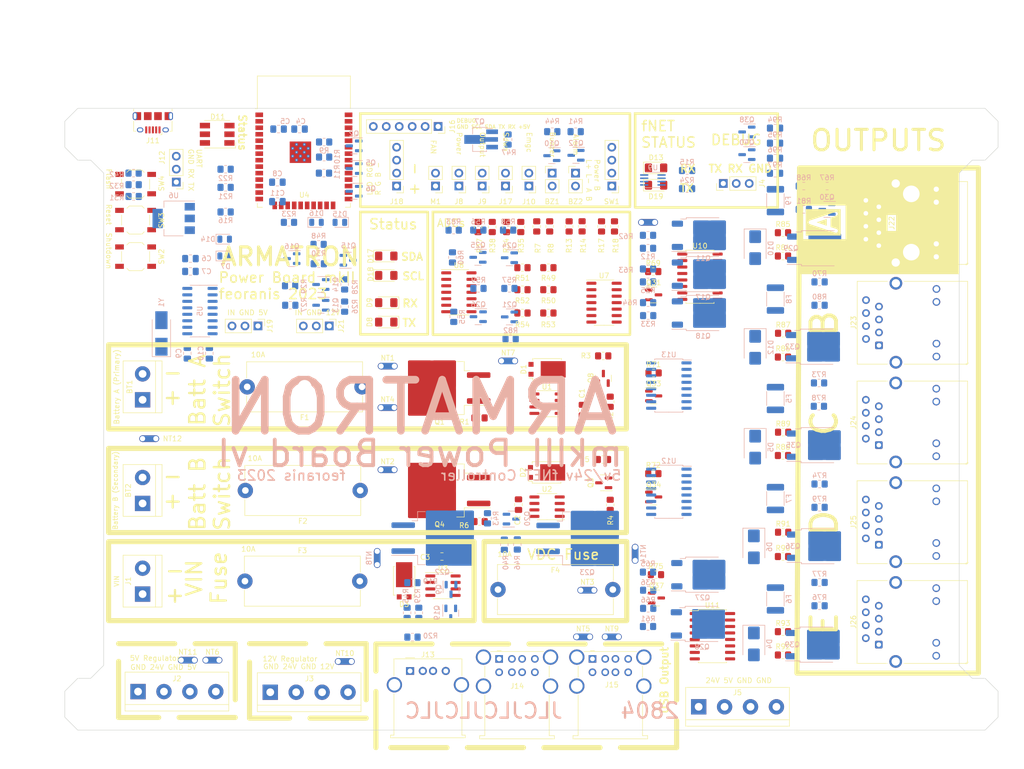
<source format=kicad_pcb>
(kicad_pcb (version 20221018) (generator pcbnew)
  (layers (0 "F.Cu" signal) (1 "In1.Cu" signal) (2 "In2.Cu" signal) (31 "B.Cu" signal) (34 "B.Paste" user) (35 "F.Paste" user) (36 "B.SilkS" user "B.Silkscreen") (37 "F.SilkS" user "F.Silkscreen") (38 "B.Mask" user) (39 "F.Mask" user) (44 "Edge.Cuts" user))
  (net 0 "")
  (net 1 "Net-(BT1-+)")
  (net 2 "Net-(BT2-+)")
  (net 3 "Net-(U1-FILTER)")
  (net 4 "Net-(U2-FILTER)")
  (net 5 "Net-(U3-FILTER)")
  (net 6 "BATT_A_LATCH")
  (net 7 "BATT_A_SW")
  (net 8 "BATT_B_LATCH")
  (net 9 "BATT_B_SW")
  (net 10 "VIN")
  (net 11 "Net-(D3-A)")
  (net 12 "BATT_A_IN")
  (net 13 "Net-(Q1-G)")
  (net 14 "Net-(NT1-Pad1)")
  (net 15 "Net-(Q3-C)")
  (net 16 "Net-(Q3-B)")
  (net 17 "+VDC")
  (net 18 "Net-(NT2-Pad1)")
  (net 19 "+5V")
  (net 20 "Net-(NT3-Pad1)")
  (net 21 "BATT_B_IN")
  (net 23 "Net-(D11-GA)")
  (net 24 "Net-(D11-RA)")
  (net 25 "Net-(D11-BA)")
  (net 26 "Net-(Q8-B)")
  (net 27 "PIN_ADC_BATT_A")
  (net 28 "P_RGB_R")
  (net 29 "PIN_ADC_BATT_B")
  (net 30 "PIN_ADC_VIN")
  (net 31 "PIN_BATT_A_SENSE")
  (net 32 "PIN_BATT_B_SENSE")
  (net 33 "PIN_VIN_SENSE")
  (net 36 "P_RGB_G")
  (net 37 "P_RGB_B")
  (net 38 "Net-(BZ1-+)")
  (net 39 "Net-(BZ2-+)")
  (net 41 "nRTS")
  (net 49 "Net-(M1--)")
  (net 50 "PIN_VBATT_A_ENBL")
  (net 51 "PIN_VBATT_B_ENBL")
  (net 54 "+3.3V")
  (net 55 "Net-(Q2-B)")
  (net 56 "Net-(Q5-B)")
  (net 57 "24V_out")
  (net 58 "5V_out")
  (net 59 "+12V")
  (net 60 "Net-(Q6-B)")
  (net 61 "Net-(Q19-B)")
  (net 62 "Net-(Q19-C)")
  (net 63 "Net-(Q20-B)")
  (net 64 "Net-(Q20-C)")
  (net 65 "5V_adc")
  (net 66 "12V_adc")
  (net 67 "24V_Enable")
  (net 68 "5V_Enable")
  (net 69 "PIN_RESET")
  (net 70 "PIN_RGB_G")
  (net 71 "SDA")
  (net 72 "SCL")
  (net 73 "PIN_FLASH")
  (net 74 "PIN_RGB_R")
  (net 76 "Net-(F4-Pad1)")
  (net 77 "PIN_RGB_B")
  (net 78 "PIN_EmergencyButton")
  (net 79 "VBUS")
  (net 80 "D+")
  (net 81 "D-")
  (net 83 "RX")
  (net 84 "Net-(Q9-B)")
  (net 85 "Net-(Q9-C)")
  (net 86 "PIN_ALARM")
  (net 87 "PIN_BUZZER")
  (net 88 "PIN_Sdwn_Btn")
  (net 103 "PIN_Fan")
  (net 104 "Net-(Q10-B)")
  (net 105 "Net-(Q11-B)")
  (net 106 "Net-(Q12-B)")
  (net 107 "5V_POWER")
  (net 108 "12V_POWER")
  (net 109 "Net-(J8-Pin_1)")
  (net 110 "Net-(J9-Pin_1)")
  (net 111 "Net-(NT4-Pad2)")
  (net 112 "Net-(NT7-Pad1)")
  (net 113 "Net-(SW1-A)")
  (net 114 "Net-(D17-A)")
  (net 115 "PIN_BATT_A_SENSE_ADC")
  (net 116 "PIN_BATT_B_SENSE_ADC")
  (net 117 "PIN_VIN_SENSE_ADC")
  (net 118 "Net-(D8-A)")
  (net 119 "Net-(D9-A)")
  (net 120 "Net-(Q13-B)")
  (net 121 "Net-(Q13-C)")
  (net 122 "Net-(Q14-B)")
  (net 123 "Net-(Q14-C)")
  (net 124 "Net-(U5-XI)")
  (net 126 "Net-(U5-XO)")
  (net 128 "RESET_UART")
  (net 129 "Net-(D14-K)")
  (net 130 "Net-(D15-K)")
  (net 131 "FLASH_UART")
  (net 132 "Net-(Q15-B)")
  (net 133 "Net-(Q16-B)")
  (net 134 "nDTR")
  (net 136 "POWER_GND")
  (net 137 "Net-(D18-A)")
  (net 138 "Net-(Q21-B)")
  (net 139 "Net-(Q21-C)")
  (net 140 "Net-(Q24-B)")
  (net 141 "Net-(Q24-C)")
  (net 142 "Net-(Q25-B)")
  (net 143 "Net-(Q26-B)")
  (net 144 "TX")
  (net 145 "+5VP")
  (net 146 "RS485_A")
  (net 147 "RS485_B")
  (net 148 "LED_1A")
  (net 149 "LED_1B")
  (net 150 "LED_2A")
  (net 151 "LED_2B")
  (net 152 "LED_3A")
  (net 153 "LED_3B")
  (net 154 "LED_4A")
  (net 155 "LED_4B")
  (net 156 "LED_5A")
  (net 157 "LED_5B")
  (net 158 "RS485_RX")
  (net 159 "RS485_RX_H")
  (net 160 "RS485_TX")
  (net 161 "RS485_TX_H")
  (net 162 "RS485_DE")
  (net 165 "RJ45_GND_1")
  (net 166 "Net-(Q7-B)")
  (net 167 "Net-(Q17-B)")
  (net 168 "RJ45_GND_2")
  (net 169 "Net-(Q18-B)")
  (net 170 "RJ45_GND_3")
  (net 171 "Net-(Q27-B)")
  (net 172 "RJ45_GND_4")
  (net 173 "Net-(Q28-B)")
  (net 174 "RJ45_GND_5")
  (net 175 "RJ45_GND_E1")
  (net 176 "RJ45_GND_E2")
  (net 177 "RJ45_GND_E3")
  (net 178 "RJ45_GND_E4")
  (net 179 "RJ45_GND_E5")
  (net 185 "RJ45_POW_1")
  (net 186 "RJ45_POW_2")
  (net 187 "RJ45_POW_3")
  (net 188 "RJ45_POW_4")
  (net 189 "RJ45_POW_5")
  (net 190 "Net-(Q29-B)")
  (net 191 "Net-(Q30-B)")
  (net 192 "Net-(Q30-C)")
  (net 193 "Net-(Q31-B)")
  (net 194 "Net-(Q31-C)")
  (net 195 "Net-(Q32-B)")
  (net 196 "Net-(Q33-B)")
  (net 197 "Net-(Q33-C)")
  (net 198 "Net-(Q34-B)")
  (net 199 "Net-(Q34-C)")
  (net 200 "Net-(Q35-B)")
  (net 201 "Net-(Q36-B)")
  (net 202 "Net-(Q37-B)")
  (net 203 "Net-(Q37-C)")
  (net 204 "Net-(Q39-B)")
  (net 205 "RJ45_POW_1_EN")
  (net 206 "RJ45_POW_2_EN")
  (net 207 "RJ45_POW_3_EN")
  (net 208 "RJ45_POW_4_EN")
  (net 209 "RJ45_POW_5_EN")
  (net 214 "Net-(D4-K)")
  (net 215 "Net-(D5-K)")
  (net 216 "Net-(D6-K)")
  (net 217 "Net-(D10-K)")
  (net 218 "Net-(D12-K)")
  (net 219 "GND")
  (net 220 "Net-(Q11-E)")
  (net 221 "Net-(Q27-E)")
  (net 222 "Net-(J1-Pin_1)")
  (net 223 "Net-(Q26-C)")
  (net 224 "Net-(Q25-C)")
  (net 225 "Net-(J22-Pad11)")
  (net 226 "Net-(J22-Pad9)")
  (net 227 "Net-(J23-Pad11)")
  (net 228 "Net-(J23-Pad9)")
  (net 229 "Net-(J24-Pad11)")
  (net 230 "Net-(J24-Pad9)")
  (net 231 "Net-(J25-Pad11)")
  (net 232 "Net-(J25-Pad9)")
  (net 233 "Net-(J26-Pad11)")
  (net 234 "Net-(J26-Pad9)")
  (net 235 "Net-(D13-A)")
  (net 236 "Net-(D19-A)")
  (net 237 "Net-(Q38-B)")
  (net 238 "Net-(Q38-C)")
  (net 239 "Net-(Q40-B)")
  (net 240 "Net-(Q40-C)")
  (footprint "RF_Module:ESP32-WROOM-32" (layer "F.Cu") (at 117.97 42.54)
    (fp_text reference "U4")
    (fp_text value "ESP32-WROOM-32")
  )
  (footprint "Package_TO_SOT_SMD:SOT-23" (layer "F.Cu") (at 186.5145 69.596)
    (fp_text reference "Q31")
    (fp_text value "BC817")
  )
  (footprint "NetTie:NetTie-2_THT_Pad1.0mm" (layer "F.Cu") (at 88.96 97.79 180)
    (fp_text reference "NT12")
    (fp_text value "NetTie_2")
  )
  (footprint "NetTie:NetTie-2_THT_Pad1.0mm" (layer "F.Cu") (at 133.066 103.886)
    (fp_text reference "NT2")
    (fp_text value "NetTie_2")
  )
  (footprint "Resistor_SMD:R_0805_2012Metric_Pad1.20x1.40mm_HandSolder" (layer "F.Cu") (at 163.5955 56.1715 -90)
    (fp_text reference "R7")
    (fp_text value "220K")
  )
  (footprint "Button_Switch_SMD:SW_SPST_TL3342" (layer "F.Cu") (at 84.988 54.924)
    (fp_text reference "SW3")
    (fp_text value "SW_Push")
  )
  (footprint "NetTie:NetTie-2_THT_Pad1.0mm" (layer "F.Cu") (at 156.688 82.55)
    (fp_text reference "NT7")
    (fp_text value "NetTie_2")
  )
  (footprint "Resistor_SMD:R_0805_2012Metric_Pad1.20x1.40mm_HandSolder" (layer "F.Cu") (at 160.469 56.2845 90)
    (fp_text reference "R35")
    (fp_text value "15K")
  )
  (footprint "Connector_PinHeader_2.54mm:PinHeader_1x02_P2.54mm_Vertical" (layer "F.Cu") (at 148.336 48.255 180)
    (fp_text reference "J8")
    (fp_text value "Conn_01x02")
  )
  (footprint "Connector_USB:USB_Micro-B_Amphenol_10118194_Horizontal" (layer "F.Cu") (at 88.376 35.844 180)
    (fp_text reference "J11")
    (fp_text value "USB_B_Micro")
  )
  (footprint "NetTie:NetTie-2_THT_Pad1.0mm" (layer "F.Cu") (at 184.12 55.372)
    (fp_text reference "NT13" hide)
    (fp_text value "NetTie_2")
  )
  (footprint "TerminalBlock:TerminalBlock_bornier-2_P5.08mm" (layer "F.Cu") (at 86.36 110.49 90)
    (fp_text reference "BT2")
    (fp_text value "Battery B (Secondary)")
  )
  (footprint "Resistor_SMD:R_0805_2012Metric_Pad1.20x1.40mm_HandSolder" (layer "F.Cu") (at 186.96 124.46)
    (fp_text reference "R75")
    (fp_text value "1K")
  )
  (footprint "TerminalBlock:TerminalBlock_bornier-2_P5.08mm" (layer "F.Cu") (at 86.36 90.17 90)
    (fp_text reference "BT1")
    (fp_text value "Battery A (Primary)")
  )
  (footprint "Resistor_SMD:R_0805_2012Metric_Pad1.20x1.40mm_HandSolder" (layer "F.Cu") (at 186.4445 104.648)
    (fp_text reference "R72")
    (fp_text value "10K")
  )
  (footprint "Connector_PinHeader_2.54mm:PinHeader_1x02_P2.54mm_Vertical" (layer "F.Cu") (at 143.764 48.26 180)
    (fp_text reference "M1")
    (fp_text value "Fan")
  )
  (footprint "Package_TO_SOT_SMD:SOT-23" (layer "F.Cu") (at 187.0545 129.032)
    (fp_text reference "Q37")
    (fp_text value "BC817")
  )
  (footprint "NetTie:NetTie-2_THT_Pad1.0mm" (layer "F.Cu") (at 172.212 127.508)
    (fp_text reference "NT3")
    (fp_text value "NetTie_2")
  )
  (footprint "Capacitor_SMD:C_0805_2012Metric_Pad1.18x1.45mm_HandSolder" (layer "F.Cu") (at 160.02 110.7225 90)
    (fp_text reference "C2")
    (fp_text value "1n")
  )
  (footprint "NetTie:NetTie-2_THT_Pad1.0mm" (layer "F.Cu") (at 177.008 136.652)
    (fp_text reference "NT9")
    (fp_text value "NetTie_2")
  )
  (footprint "Resistor_SMD:R_0805_2012Metric_Pad1.20x1.40mm_HandSolder" (layer "F.Cu") (at 211.852 135.636)
    (fp_text reference "R93")
    (fp_text value "1k")
  )
  (footprint "Resistor_SMD:R_0805_2012Metric_Pad1.20x1.40mm_HandSolder" (layer "F.Cu") (at 211.852 140.208)
    (fp_text reference "R92")
    (fp_text value "1k")
  )
  (footprint "LED_SMD:LED_1206_3216Metric_Pad1.42x1.75mm_HandSolder" (layer "F.Cu") (at 134.112 61.976)
    (fp_text reference "D17")
    (fp_text value "LED")
  )
  (footprint "Package_TO_SOT_SMD:SOT-23" (layer "F.Cu") (at 186.5145 109.22)
    (fp_text reference "Q34")
    (fp_text value "BC817")
  )
  (footprint "Connector_RJ:RJ45_Hanrun_HR911105A" (layer "F.Cu") (at 230.624 138.172 90)
    (fp_text reference "J26")
    (fp_text value "RJ45_LED_Shielded")
  )
  (footprint "Package_TO_SOT_SMD:SOT-23" (layer "F.Cu") (at 186.5145 89.408)
    (fp_text reference "Q33")
    (fp_text value "BC817")
  )
  (footprint "LED_SMD:LED_1206_3216Metric_Pad1.42x1.75mm_HandSolder" (layer "F.Cu") (at 134.112 74.93 180)
    (fp_text reference "D8")
    (fp_text value "LED")
  )
  (footprint "Fuse:Fuseholder_Cylinder-5x20mm_Schurter_0031_8201_Horizontal_Open" (layer "F.Cu") (at 106.42 125.73)
    (fp_text reference "F3")
    (fp_text value "10A")
  )
  (footprint "Connector_PinHeader_2.54mm:PinHeader_1x03_P2.54mm_Vertical" (layer "F.Cu") (at 108.966 75.692 -90)
    (fp_text reference "J19")
    (fp_text value "Conn_01x03_Pin")
  )
  (footprint "Resistor_SMD:R_0805_2012Metric_Pad1.20x1.40mm_HandSolder" (layer "F.Cu") (at 169.9455 56.1715 -90)
    (fp_text reference "R13")
    (fp_text value "220K")
  )
  (footprint "Connector_PinHeader_2.54mm:PinHeader_1x04_P2.54mm_Vertical" (layer "F.Cu") (at 136.144 48.26 180)
    (fp_text reference "J18")
    (fp_text value "Conn_01x04_Pin")
  )
  (footprint "TerminalBlock:TerminalBlock_bornier-4_P5.08mm" (layer "F.Cu") (at 85.471 147.3835)
    (fp_text reference "J2")
    (fp_text value "Screw_Terminal_01x04" hide)
  )
  (footprint "MountingHole:MountingHole_3.2mm_M3" (layer "F.Cu") (at 76.2 38.1)
    (fp_text reference "MH1" hide)
    (fp_text value "MountingHole_3.2mm_M3")
  )
  (footprint "Resistor_SMD:R_0805_2012Metric_Pad1.20x1.40mm_HandSolder" (layer "F.Cu") (at 211.852 81.788)
    (fp_text reference "R86")
    (fp_text value "1k")
  )
  (footprint "Connector_RJ:RJ45_Hanrun_HR911105A" (layer "F.Cu") (at 230.632 59.944 90)
    (fp_text reference "J22")
    (fp_text value "RJ45_LED_Shielded")
  )
  (footprint "LED_SMD:LED_RGB_5050-6" (layer "F.Cu") (at 100.978 38.1 180)
    (fp_text reference "D11")
    (fp_text value "LED_RGB")
  )
  (footprint "Resistor_SMD:R_0805_2012Metric_Pad1.20x1.40mm_HandSolder" (layer "F.Cu") (at 157.675 56.2845 -90)
    (fp_text reference "R34")
    (fp_text value "220K")
  )
  (footprint "Connector_RJ:RJ45_Hanrun_HR911105A" (layer "F.Cu") (at 230.632 99.053 90)
    (fp_text reference "J24")
    (fp_text value "RJ45_LED_Shielded")
  )
  (footprint "TerminalBlock:TerminalBlock_bornier-2_P5.08mm" (layer "F.Cu") (at 86.36 128.27 90)
    (fp_text reference "J1")
    (fp_text value "Conn_01x02")
  )
  (footprint "Package_SO:SOIC-8_3.9x4.9mm_P1.27mm" (layer "F.Cu") (at 165.62 90.932 180)
    (fp_text reference "U1")
    (fp_text value "ACS712xLCTR-20A")
  )
  (footprint "Capacitor_SMD:C_0805_2012Metric_Pad1.18x1.45mm_HandSolder" (layer "F.Cu") (at 145.021 120.904)
    (fp_text reference "C3")
    (fp_text value "1n")
  )
  (footprint "Connector_PinHeader_2.54mm:PinHeader_1x02_P2.54mm_Vertical" (layer "F.Cu") (at 171.196 45.72)
    (fp_text reference "BZ2")
    (fp_text value "Buzzer")
  )
  (footprint "Connector_PinHeader_2.54mm:PinHeader_1x02_P2.54mm_Vertical" (layer "F.Cu") (at 152.908 48.26 180)
    (fp_text reference "J9")
    (fp_text value "Conn_01x02")
  )
  (footprint "Connector_PinHeader_2.54mm:PinHeader_1x03_P2.54mm_Vertical" (layer "F.Cu") (at 92.964 47.483 180)
    (fp_text reference "J12")
    (fp_text value "Conn_01x03_Pin")
  )
  (footprint "Connector_USB:USB_A_Molex_67643_Horizontal" (layer "F.Cu") (at 138.774 143.34)
    (fp_text reference "J13")
    (fp_text value "USB_A")
  )
  (footprint "Capacitor_SMD:C_0805_2012Metric_Pad1.18x1.45mm_HandSolder" (layer "F.Cu") (at 172.54 92.189 -90)
    (fp_text reference "C1")
    (fp_text value "1n")
  )
  (footprint "Button_Switch_SMD:SW_SPST_TL3342" (layer "F.Cu") (at 84.988 62.098)
    (fp_text reference "SW2")
    (fp_text value "SW_Push")
  )
  (footprint "Resistor_SMD:R_0805_2012Metric_Pad1.20x1.40mm_HandSolder" (layer "F.Cu") (at 177.995 110.7675 -90)
    (fp_text reference "R4")
    (fp_text value "1K")
  )
  (footprint "Resistor_SMD:R_0805_2012Metric_Pad1.20x1.40mm_HandSolder" (layer "F.Cu") (at 160.798 64.262)
    (fp_text reference "R51")
    (fp_text value "22K")
  )
  (footprint "NetTie:NetTie-2_THT_Pad1.0mm" (layer "F.Cu") (at 98.746 141.224)
    (fp_text reference "NT6")
    (fp_text value "NetTie_2")
  )
  (footprint "Resistor_SMD:R_0805_2012Metric_Pad1.20x1.40mm_HandSolder" (layer "F.Cu") (at 186.42 65.024)
    (fp_text reference "R69")
    (fp_text value "10K")
  )
  (footprint "NetTie:NetTie-2_THT_Pad1.0mm" (layer "F.Cu") (at 93.92 141.224)
    (fp_text reference "NT11")
    (fp_text value "NetTie_2" hide)
  )
  (footprint "LED_SMD:LED_1206_3216Metric_Pad1.42x1.75mm_HandSolder" (layer "F.Cu") (at 186.9805 48.094)
    (fp_text reference "D19")
    (fp_text value "LED")
  )
  (footprint "Resistor_SMD:R_0805_2012Metric_Pad1.20x1.40mm_HandSolder" (layer "F.Cu") (at 152.4 114.046)
    (fp_text reference "R6")
    (fp_text value "1K")
  )
  (footprint "Package_TO_SOT_SMD:TO-277B" (layer "F.Cu") (at 165.625 84.19 90)
    (fp_text reference "D1")
    (fp_text value "D")
  )
  (footprint "Fuse:Fuseholder_Cylinder-5x20mm_Schurter_0031_8201_Horizontal_Open" (layer "F.Cu") (at 129 107.95 180)
    (fp_text reference "F2")
    (fp_text value "10A")
  )
  (footprint "Resistor_SMD:R_0805_2012Metric_Pad1.20x1.40mm_HandSolder" (layer "F.Cu") (at 172.4855 56.1575 90)
    (fp_text reference "R14")
    (fp_text value "15K")
  )
  (footprint "Resistor_SMD:R_0805_2012Metric_Pad1.20x1.40mm_HandSolder" (layer "F.Cu") (at 211.884 77.118)
    (fp_text reference "R87")
    (fp_text value "1k")
  )
  (footprint "Resistor_SMD:R_0805_2012Metric_Pad1.20x1.40mm_HandSolder" (layer "F.Cu") (at 160.798 68.58)
    (fp_text reference "R52")
    (fp_text value "15K")
  )
  (footprint "Connector_PinHeader_2.54mm:PinHeader_1x02_P2.54mm_Vertical" (layer "F.Cu") (at 162.052 48.26 180)
    (fp_text reference "J10")
    (fp_text value "Conn_01x02")
  )
  (footprint "Connector_RJ:RJ45_Hanrun_HR911105A" (layer "F.Cu") (at 230.6635 79.502 90)
    (fp_text reference "J23")
    (fp_text value "RJ45_LED_Shielded")
  )
  (footprint "Resistor_SMD:R_0805_2012Metric_Pad1.20x1.40mm_HandSolder" (layer "F.Cu") (at 176.5745 101.8775)
    (fp_text reference "R5")
    (fp_text value "1K")
  )
  (footprint "Package_SO:SOIC-8_3.9x4.9mm_P1.27mm" (layer "F.Cu") (at 145.223 126.619)
    (fp_text reference "U3")
    (fp_text value "ACS712xLCTR-20A")
  )
  (footprint "Resistor_SMD:R_0805_2012Metric_Pad1.20x1.40mm_HandSolder" (layer "F.Cu") (at 186.4985 84.902)
    (fp_text reference "R71")
    (fp_text value "10K")
  )
  (footprint "NetTie:NetTie-2_THT_Pad1.0mm" (layer "F.Cu") (at 124.684 141.478)
    (fp_text reference "NT10")
    (fp_text value "NetTie_2")
  )
  (footprint "MountingHole:MountingHole_3.2mm_M3" (layer "F.Cu") (at 248.92 38.1)
    (fp_text reference "MH4" hide)
    (fp_text value "MountingHole_3.2mm_M3")
  )
  (footprint "Resistor_SMD:R_0805_2012Metric_Pad1.20x1.40mm_HandSolder" (layer "F.Cu") (at 211.884 96.52)
    (fp_text reference "R89")
    (fp_text value "1k")
  )
  (footprint "TerminalBlock:TerminalBlock_bornier-4_P5.08mm" (layer "F.Cu") (at 195.326 150.368)
    (fp_text reference "J5")
    (fp_text value "Screw_Terminal_01x04")
  )
  (footprint "Connector_PinHeader_2.54mm:PinHeader_1x04_P2.54mm_Vertical" (layer "F.Cu") (at 178.308 48.26 180)
    (fp_text reference "SW1")
    (fp_text value "SW_Push_LED")
  )
  (footprint "Resistor_SMD:R_0805_2012Metric_Pad1.20x1.40mm_HandSolder" (layer "F.Cu") (at 211.852 57.404)
    (fp_text reference "R85")
    (fp_text value "1k")
  )
  (footprint "LED_SMD:LED_1206_3216Metric_Pad1.42x1.75mm_HandSolder" (layer "F.Cu") (at 134.112 65.786)
    (fp_text reference "D18")
    (fp_text value "LED")
  )
  (footprint "Connector_PinSocket_2.54mm:PinSocket_1x06_P2.54mm_Vertical" (layer "F.Cu") (at 144.272 36.576 -90)
    (fp_text reference "J16")
    (fp_text value "Conn_01x06_Socket")
  )
  (footprint "Resistor_SMD:R_0805_2012Metric_Pad1.20x1.40mm_HandSolder" (layer "F.Cu") (at 176.6215 81.562)
    (fp_text reference "R3")
    (fp_text value "1K")
  )
  (footprint "Resistor_SMD:R_0805_2012Metric_Pad1.20x1.40mm_HandSolder" (layer "F.Cu") (at 165.878 64.262 180)
    (fp_text reference "R49")
    (fp_text value "22K")
  )
  (footprint "Connector_PinHeader_2.54mm:PinHeader_1x02_P2.54mm_Vertical" (layer "F.Cu") (at 157.48 48.26 180)
    (fp_text reference "J17")
    (fp_text value "Conn_01x02")
  )
  (footprint "Resistor_SMD:R_0805_2012Metric_Pad1.20x1.40mm_HandSolder" (layer "F.Cu") (at 211.884 116.136)
    (fp_text reference "R91")
    (fp_text value "1k")
  )
  (footprint "MountingHole:MountingHole_3.2mm_M3" (layer "F.Cu") (at 76.2 149.86)
    (fp_text reference "MH2" hide)
    (fp_text value "MountingHole_3.2mm_M3")
  )
  (footprint "components:PCF8574" (layer "F.Cu") (at 198.0265 136.525)
    (fp_text reference "U11")
    (fp_text value "PCF8574TS")
  )
  (footprint "Resistor_SMD:R_0805_2012Metric_Pad1.20x1.40mm_HandSolder" (layer "F.Cu") (at 178.8355 56.1715 90)
    (fp_text reference "R18")
    (fp_text value "15K")
  )
  (footprint "Resistor_SMD:R_0805_2012Metric_Pad1.20x1.40mm_HandSolder" (layer "F.Cu") (at 160.798 73.152 180)
    (fp_text reference "R54")
    (fp_text value "15K")
  )
  (footprint "Resistor_SMD:R_0805_2012Metric_Pad1.20x1.40mm_HandSolder" (layer "F.Cu") (at 166.1355 56.1715 90)
    (fp_text reference "R8")
    (fp_text value "15K")
  )
  (footprint "Fuse:Fuseholder_Cylinder-5x20mm_Schurter_0031_8201_Horizontal_Open" (layer "F.Cu") (at 129.36 87.63 180)
    (fp_text reference "F1")
    (fp_text value "10A")
  )
  (footprint "Package_TO_SOT_SMD:TO-277B" (layer "F.Cu") (at 137.615 125.665 180)
    (fp_text reference "D3")
    (fp_text value "D")
  )
  (footprint "Resistor_SMD:R_0805_2012Metric_Pad1.20x1.40mm_HandSolder" (layer "F.Cu") (at 152.384 93.726)
    (fp_text reference "R1")
    (fp_text value "1K")
  )
  (footprint "NetTie:NetTie-2_THT_Pad1.0mm" (layer "F.Cu") (at 133.066 91.694)
    (fp_text reference "NT4")
    (fp_text value "NetTie_2")
  )
  (footprint "Connector_PinHeader_2.54mm:PinHeader_1x03_P2.54mm_Vertical" (layer "F.Cu") (at 200.152 47.752 90)
    (fp_text reference "J4")
    (fp_text value "Conn_01x03_Pin")
  )
  (footprint "Package_TO_SOT_SMD:SOT-23" (layer "F.Cu") (at 176.659 85.9585 90)
    (fp_text reference "Q8")
    (fp_text value "BC817" hide)
  )
  (footprint "TerminalBlock:TerminalBlock_bornier-4_P5.08mm" (layer "F.Cu") (at 111.379 147.5105)
    (fp_text reference "J3")
    (fp_text value "Screw_Terminal_01x04")
  )
  (footprint "MountingHole:MountingHole_3.2mm_M3" (layer "F.Cu") (at 248.92 149.86)
    (fp_text reference "MH3" hide)
    (fp_text value "MountingHole_3.2mm_M3")
  )
  (footprint "Package_SO:SOIC-14_3.9x8.7mm_P1.27mm" (layer "F.Cu") (at 176.784 71.12)
    (fp_text reference "U7")
    (fp_text value "MCP3428")
  )
  (footprint "Resistor_SMD:R_0805_2012Metric_Pad1.20x1.40mm_HandSolder" (layer "F.Cu") (at 176.2955 56.1715 -90)
    (fp_text reference "R17")
    (fp_text value "220K")
  )
  (footprint "Resistor_SMD:R_0805_2012Metric_Pad1.20x1.40mm_HandSolder" (layer "F.Cu") (at 165.878 73.152)
    (fp_text reference "R53")
    (fp_text value "22K")
  )
  (footprint "Connector_PinHeader_2.54mm:PinHeader_1x02_P2.54mm_Vertical" (layer "F.Cu") (at 166.624 45.72)
    (fp_text reference "BZ1")
    (fp_text value "Buzzer")
  )
  (footprint "Connector_USB:USB_A_Wuerth_61400826021_Horizontal_Stacked" (layer "F.Cu") (at 156.232 140.974)
    (fp_text reference "J14")
    (fp_text value "USB_A_Stacked")
  )
  (footprint "NetTie:NetTie-2_THT_Pad1.0mm" (layer "F.Cu") (at 171.39 136.652)
    (fp_text reference "NT5")
    (fp_text value "NetTie_2")
  )
  (footprint "Connector_RJ:RJ45_Hanrun_HR911105A" (layer "F.Cu") (at 230.632 118.606 90)
    (fp_text reference "J25")
    (fp_text value "RJ45_LED_Shielded")
  )
  (footprint "Resistor_SMD:R_0805_2012Metric_Pad1.20x1.40mm_HandSolder" (layer "F.Cu") (at 154.881 56.2845 90)
    (fp_text reference "R38")
    (fp_text value "15K")
  )
  (footprint "Package_TO_SOT_SMD:TO-263-2" (layer "F.Cu") (at 144.57 87.865 180)
    (fp_text reference "Q1")
    (fp_text value "IRF4905")
  )
  (footprint "Connector_USB:USB_A_Wuerth_61400826021_Horizontal_Stacked" (layer "F.Cu") (at 174.52 140.974)
    (fp_text reference "J15")
    (fp_text value "USB_A_Stacked")
  )
  (footprint "Resistor_SMD:R_0805_2012Metric_Pad1.20x1.40mm_HandSolder" (layer "F.Cu") (at 211.852 61.976)
    (fp_text reference "R84")
    (fp_text value "1k")
  )
  (footprint "Resistor_SMD:R_0805_2012Metric_Pad1.20x1.40mm_HandSolder" (layer "F.Cu") (at 152.087 56.2845 -90)
    (fp_text reference "R37")
    (fp_text value "220K")
  )
  (footprint "Resistor_SMD:R_0805_2012Metric_Pad1.20x1.40mm_HandSolder" (layer "F.Cu") (at 165.878 68.58)
    (fp_text reference "R50")
    (fp_text value "15K")
  )
  (footprint "Resistor_SMD:R_0805_2012Metric_Pad1.20x1.40mm_HandSolder" (layer "F.Cu") (at 211.852 120.904)
    (fp_text reference "R90")
    (fp_text value "1k")
  )
  (footprint "Package_SO:SOIC-14_3.9x8.7mm_P1.27mm" (layer "F.Cu") (at 148.336 69.088)
    (fp_text reference "U8")
    (fp_text value "MCP3428")
  )
  (footprint "Fuse:Fuseholder_Cylinder-5x20mm_Schurter_0031_8201_Horizontal_Open" (layer "F.Cu") (at 156.009 127.381)
    (fp_text reference "F4")
    (fp_text value "10A")
  )
  (footprint "components:PCF8574" (layer "F.Cu") (at 195.58 66.04)
    (fp_text reference "U10")
    (fp_text value "PCF8574TS")
  )
  (footprint "Connector_PinHeader_2.54mm:PinHeader_1x03_P2.54mm_Vertical" (layer "F.Cu") (at 122.936 75.692 -90)
    (fp_text reference "J21")
    (fp_text value "Conn_01x03_Pin")
  )
  (footprint "Resistor_SMD:R_0805_2012Metric_Pad1.20x1.40mm_HandSolder" (layer "F.Cu") (at 177.995 90.5525 -90)
    (fp_text reference "R2")
    (fp_text value "1K")
  )
  (footprint "Package_TO_SOT_SMD:SOT-23" (layer "F.Cu") (at 176.725 106.4495 180)
    (fp_text reference "Q3")
    (fp_text value "BC817" hide)
  )
  (footprint "LED_SMD:LED_1206_3216Metric_Pad1.42x1.75mm_HandSolder" (layer "F.Cu") (at 134.112 71.12 180)
    (fp_text reference "D9")
    (fp_text value "LED")
  )
  (footprint "LED_SMD:LED_1206_3216Metric_Pad1.42x1.75mm_HandSolder" (layer "F.Cu") (at 186.9805 44.704)
    (fp_text reference "D13")
    (fp_text value "LED")
  )
  (footprint "Resistor_SMD:R_0805_2012Metric_Pad1.20x1.40mm_HandSolder" (layer "F.Cu") (at 211.852 101.092)
    (fp_text reference "R88")
    (fp_text value "1k")
  )
  (footprint "Package_TO_SOT_SMD:TO-277B" (layer "F.Cu") (at 165.52 104.405 90)
    (fp_text reference "D2")
    (fp_text value "D")
  )
  (footprint "NetTie:NetTie-2_THT_Pad1.0mm" (layer "F.Cu") (at 133.096 83.566)
    (fp_text reference "NT1")
    (fp_text value "NetTie_2")
  )
  (footprint "Package_TO_SOT_SMD:TO-263-2" (layer "F.Cu") (at 144.57 107.95 180)
    (fp_text reference "Q4")
    (fp_text value "IRF4905")
  )
  (footprint "Package_SO:SOIC-8_3.9x4.9mm_P1.27mm" (layer "F.Cu") (at 165.62 111.125 180)
    (fp_text reference "U2")
    (fp_text value "ACS712xLCTR-20A")
  )
  (footprint "Button_Switch_SMD:SW_SPST_TL3342" (layer "F.Cu") (at 84.988 47.874)
    (fp_text reference "SW4")
    (fp_text value "SW_Push")
  )
  (footprint "Package_TO_SOT_SMD:SOT-23" (layer "B.Cu") (at 171.2905 42.23 180)
    (fp_text reference "Q12")
    (fp_text value "BC817")
  )
  (footprint "Resistor_SMD:R_0805_2012Metric_Pad1.20x1.40mm_HandSolder" (layer "B.Cu") (at 219.022 67.056 180)
    (fp_text reference "R70")
    (fp_text value "1K")
  )
  (footprint "Package_TO_SOT_SMD:SOT-23" (layer "B.Cu") (at 158.248 62.316 180)
    (fp_text reference "Q24")
    (fp_text value "BC817")
  )
  (footprint "Resistor_SMD:R_0805_2012Metric_Pad1.20x1.40mm_HandSolder" (layer "B.Cu") (at 158.242 68.326 180)
    (fp_text reference "R57")
    (fp_text value "1k")
  )
  (footprint "Capacitor_SMD:C_0805_2012Metric_Pad1.18x1.45mm_HandSolder" (layer "B.Cu") (at 95.7365 64.994 180)
    (fp_text reference "C7")
    (fp_text value "100n")
  )
  (footprint "Resistor_SMD:R_0805_2012Metric_Pad1.20x1.40mm_HandSolder" (layer "B.Cu") (at 185.436 127.508)
    (fp_text reference "R36")
    (fp_text value "10K")
  )
  (footprint "Resistor_SMD:R_0805_2012Metric_Pad1.20x1.40mm_HandSolder" (layer "B.Cu") (at 121.936 39.624)
    (fp_text reference "R9")
    (fp_text value "10K")
  )
  (footprint "Package_TO_SOT_SMD:SOT-23" (layer "B.Cu") (at 127.772 44.824 180)
    (fp_text reference "Q5")
    (fp_text value "BC817")
  )
  (footprint "Resistor_SMD:R_0805_2012Metric_Pad1.20x1.40mm_HandSolder" (layer "B.Cu") (at 139.2459 136.701)
    (fp_text reference "R20")
    (fp_text value "10K")
  )
  (footprint "Resistor_SMD:R_0805_2012Metric_Pad1.20x1.40mm_HandSolder" (layer "B.Cu") (at 158.48 78.232 180)
    (fp_text reference "R82")
    (fp_text value "10K")
  )
  (footprint "Capacitor_SMD:C_0805_2012Metric_Pad1.18x1.45mm_HandSolder" (layer "B.Cu") (at 99.444 81.0475 -90)
    (fp_text reference "C10")
    (fp_text value "22pF")
  )
  (footprint "Resistor_SMD:R_0805_2012Metric_Pad1.20x1.40mm_HandSolder" (layer "B.Cu") (at 215.931 52.832 180)
    (fp_text reference "R81")
    (fp_text value "1K")
  )
  (footprint "Package_TO_SOT_SMD:SOT-23" (layer "B.Cu") (at 152.0835 62.23 180)
    (fp_text reference "Q25")
    (fp_text value "BC817")
  )
  (footprint "Package_TO_SOT_SMD:TO-252-2" (layer "B.Cu") (at 218.787 60.452)
    (fp_text reference "Q29")
    (fp_text value "Q_PNP_Darlington_BCE")
  )
  (footprint "Resistor_SMD:R_0805_2012Metric_Pad1.20x1.40mm_HandSolder" (layer "B.Cu") (at 120.856 59.69 180)
    (fp_text reference "R48")
    (fp_text value "10K")
  )
  (footprint "Diode_SMD:D_SMB" (layer "B.Cu") (at 206.145 119.008 -90)
    (fp_text reference "D6")
    (fp_text value "D")
  )
  (footprint "Diode_SMD:D_SMB" (layer "B.Cu") (at 206.399 99.45 -90)
    (fp_text reference "D5")
    (fp_text value "D")
  )
  (footprint "Resistor_SMD:R_0805_2012Metric_Pad1.20x1.40mm_HandSolder" (layer "B.Cu") (at 210.296 42.798 180)
    (fp_text reference "R96")
    (fp_text value "1k")
  )
  (footprint "Resistor_SMD:R_0805_2012Metric_Pad1.20x1.40mm_HandSolder" (layer "B.Cu") (at 157.988 39.132 90)
    (fp_text reference "R47")
    (fp_text value "10K")
  )
  (footprint "Package_TO_SOT_SMD:SOT-23" (layer "B.Cu") (at 166.5615 42.296 180)
    (fp_text reference "Q10")
    (fp_text value "BC817")
  )
  (footprint "Resistor_SMD:R_0805_2012Metric_Pad1.20x1.40mm_HandSolder" (layer "B.Cu") (at 166.64 37.592)
    (fp_text reference "R44")
    (fp_text value "10K")
  )
  (footprint "Resistor_SMD:R_0805_2012Metric_Pad1.20x1.40mm_HandSolder" (layer "B.Cu") (at 125.952 67.548 90)
    (fp_text reference "R28")
    (fp_text value "10K")
  )
  (footprint "Resistor_SMD:R_0805_2012Metric_Pad1.20x1.40mm_HandSolder" (layer "B.Cu") (at 139.2295 126.033 180)
    (fp_text reference "R19")
    (fp_text value "1K")
  )
  (footprint "Resistor_SMD:R_0805_2012Metric_Pad1.20x1.40mm_HandSolder" (layer "B.Cu") (at 147.082 62.246 90)
    (fp_text reference "R60")
    (fp_text value "10K")
  )
  (footprint "Resistor_SMD:R_0805_2012Metric_Pad1.20x1.40mm_HandSolder" (layer "B.Cu") (at 185.404 67.056)
    (fp_text reference "R25")
    (fp_text value "10K")
  )
  (footprint "Resistor_SMD:R_0805_2012Metric_Pad1.20x1.40mm_HandSolder" (layer "B.Cu") (at 121.904 45.72)
    (fp_text reference "R11")
    (fp_text value "10K")
  )
  (footprint "Package_TO_SOT_SMD:SOT-89-3_Handsoldering" (layer "B.Cu") (at 152.4 39.116 180)
    (fp_text reference "Q7")
    (fp_text value "Q_NPN_BCE")
  )
  (footprint "Package_TO_SOT_SMD:TO-252-2" (layer "B.Cu") (at 196.201 57.913)
    (fp_text reference "Q11")
    (fp_text value "Q_NPN_BCE")
  )
  (footprint "Resistor_SMD:R_0805_2012Metric_Pad1.20x1.40mm_HandSolder" (layer "B.Cu") (at 185.404 123.952 180)
    (fp_text reference "R65")
    (fp_text value "10K")
  )
  (footprint "Resistor_SMD:R_0805_2012Metric_Pad1.20x1.40mm_HandSolder" (layer "B.Cu") (at 171.228 37.592)
    (fp_text reference "R41")
    (fp_text value "10K")
  )
  (footprint "Resistor_SMD:R_0805_2012Metric_Pad1.20x1.40mm_HandSolder" (layer "B.Cu") (at 219.022 111.252 180)
    (fp_text reference "R79")
    (fp_text value "1K")
  )
  (footprint "Package_TO_SOT_SMD:SOT-23" (layer "B.Cu") (at 220.487 52.832 180)
    (fp_text reference "Q30")
    (fp_text value "BC817")
  )
  (footprint "Resistor_SMD:R_0805_2012Metric_Pad1.20x1.40mm_HandSolder" (layer "B.Cu") (at 102.632 44.958 180)
    (fp_text reference "R22")
    (fp_text value "10K")
  )
  (footprint "Package_TO_SOT_SMD:TO-252-2" (layer "B.Cu") (at 196.088 124.461)
    (fp_text reference "Q27")
    (fp_text value "Q_NPN_BCE")
  )
  (footprint "Resistor_SMD:R_0805_2012Metric_Pad1.20x1.40mm_HandSolder" (layer "B.Cu") (at 219.022 106.68 180)
    (fp_text reference "R74")
    (fp_text value "1K")
  )
  (footprint "Resistor_SMD:R_0805_2012Metric_Pad1.20x1.40mm_HandSolder" (layer "B.Cu") (at 152.178 68.326 180)
    (fp_text reference "R59")
    (fp_text value "10K")
  )
  (footprint "Resistor_SMD:R_0805_2012Metric_Pad1.20x1.40mm_HandSolder" (layer "B.Cu") (at 220.503 48.26 180)
    (fp_text reference "R67")
    (fp_text value "10K")
  )
  (footprint "Resistor_SMD:R_0805_2012Metric_Pad1.20x1.40mm_HandSolder" (layer "B.Cu") (at 185.436 131.064 180)
    (fp_text reference "R66")
    (fp_text value "10K")
  )
  (footprint "Resistor_SMD:R_0805_2012Metric_Pad1.20x1.40mm_HandSolder" (layer "B.Cu") (at 193.056 45.212 180)
    (fp_text reference "R15")
    (fp_text value "1K")
  )
  (footprint "Capacitor_SMD:C_0805_2012Metric_Pad1.18x1.45mm_HandSolder" (layer "B.Cu") (at 117.116 37.084)
    (fp_text reference "C4")
    (fp_text value "100n")
  )
  (footprint "Resistor_SMD:R_0805_2012Metric_Pad1.20x1.40mm_HandSolder" (layer "B.Cu") (at 159.79 118.5335 90)
    (fp_text reference "R46")
    (fp_text value "1K")
  )
  (footprint "Package_TO_SOT_SMD:SOT-23" (layer "B.Cu") (at 152.14 73.878 180)
    (fp_text reference "Q26")
    (fp_text value "BC817")
  )
  (footprint "Package_TO_SOT_SMD:TO-252-2" (layer "B.Cu") (at 218.704 99.059)
    (fp_text reference "Q35")
    (fp_text value "Q_PNP_Darlington_BCE")
  )
  (footprint "Fuse:Fuse_1812_4532Metric_Pad1.30x3.40mm_HandSolder" (layer "B.Cu") (at 210.37 89.916 90)
    (fp_text reference "F5")
    (fp_text value "5A Polyfuse_Small")
  )
  (footprint "Resistor_SMD:R_0805_2012Metric_Pad1.20x1.40mm_HandSolder" (layer "B.Cu") (at 147.336 73.898 90)
    (fp_text reference "R55")
    (fp_text value "10K")
  )
  (footprint "Resistor_SMD:R_0805_2012Metric_Pad1.20x1.40mm_HandSolder" (layer "B.Cu") (at 185.404 134.62)
    (fp_text reference "R61")
    (fp_text value "10K")
  )
  (footprint "Capacitor_SMD:C_0805_2012Metric_Pad1.18x1.45mm_HandSolder" (layer "B.Cu") (at 112.776 51.308 180)
    (fp_text reference "C11")
    (fp_text value "100n")
  )
  (footprint "Resistor_SMD:R_0805_2012Metric_Pad1.20x1.40mm_HandSolder" (layer "B.Cu") (at 219.022 130.556 180)
    (fp_text reference "R76")
    (fp_text value "1K")
  )
  (footprint "Resistor_SMD:R_0805_2012Metric_Pad1.20x1.40mm_HandSolder" (layer "B.Cu") (at 215.931 48.26 180)
    (fp_text reference "R68")
    (fp_text value "1K")
  )
  (footprint "Package_TO_SOT_SMD:SOT-23" (layer "B.Cu") (at 158.258 73.914 180)
    (fp_text reference "Q21")
    (fp_text value "BC817")
  )
  (footprint "Resistor_SMD:R_0805_2012Metric_Pad1.20x1.40mm_HandSolder" (layer "B.Cu") (at 185.436 73.66)
    (fp_text reference "R33")
    (fp_text value "10K")
  )
  (footprint "Resistor_SMD:R_0805_2012Metric_Pad1.20x1.40mm_HandSolder" (layer "B.Cu") (at 185.42 71.12 180)
    (fp_text reference "R64")
    (fp_text value "10K")
  )
  (footprint "Capacitor_SMD:C_0805_2012Metric_Pad1.18x1.45mm_HandSolder" (layer "B.Cu") (at 112.776 47.498 180)
    (fp_text reference "C8")
    (fp_text value "100n")
  )
  (footprint "Package_TO_SOT_SMD:TO-252-2" (layer "B.Cu") (at 218.543 79.756)
    (fp_text reference "Q32")
    (fp_text value "Q_PNP_Darlington_BCE")
  )
  (footprint "components:PCF8574" (layer "B.Cu") (at 189.484 108.204 180)
    (fp_text reference "U12")
    (fp_text value "PCF8574TS")
  )
  (footprint "components:PCF8574" (layer "B.Cu") (at 189.484 87.376 180)
    (fp_text reference "U13")
    (fp_text value "PCF8574TS")
  )
  (footprint "Package_TO_SOT_SMD:SOT-23" (layer "B.Cu") (at 204.7865 42.098 180)
    (fp_text reference "Q40")
    (fp_text value "BC817")
  )
  (footprint "Package_SO:SOIC-16_3.9x9.9mm_P1.27mm" (layer "B.Cu") (at 97.601 72.771 180)
    (fp_text reference "U5")
    (fp_text value "CH340G")
  )
  (footprint "Package_TO_SOT_SMD:SOT-23" (layer "B.Cu") (at 146.8014 127.357 -90)
    (fp_text reference "Q9")
    (fp_text value "BC817")
  )
  (footprint "Fuse:Fuse_1812_4532Metric_Pad1.30x3.40mm_HandSolder" (layer "B.Cu") (at 210.37 109.535 90)
    (fp_text reference "F7")
    (fp_text value "5A Polyfuse_Small")
  )
  (footprint "Package_TO_SOT_SMD:SOT-23" (layer "B.Cu") (at 115.6165 62.484 180)
    (fp_text reference "Q16")
    (fp_text value "BC817")
  )
  (footprint "Package_TO_SOT_SMD:TO-263-2" (layer "B.Cu") (at 173.482 117.348)
    (fp_text reference "Q23")
    (fp_text value "IRF4905")
  )
  (footprint "Resistor_SMD:R_0805_2012Metric_Pad1.20x1.40mm_HandSolder" (layer "B.Cu") (at 102.632 53.34)
    (fp_text reference "R16")
    (fp_text value "1K")
  )
  (footprint "Package_TO_SOT_SMD:TO-252-2" (layer "B.Cu") (at 218.498 138.175)
    (fp_text reference "Q39")
    (fp_text value "Q_PNP_Darlington_BCE")
  )
  (footprint "Package_TO_SOT_SMD:SOT-223-3_TabPin2" (layer "B.Cu") (at 92.456 54.61 180)
    (fp_text reference "U6")
    (fp_text value "AMS1117-3.3")
  )
  (footprint "Package_TO_SOT_SMD:TO-252-2" (layer "B.Cu") (at 196.201 73.151)
    (fp_text reference "Q18")
    (fp_text value "Q_NPN_BCE")
  )
  (footprint "Package_TO_SOT_SMD:SOT-23" (layer "B.Cu") (at 158.5985 113.557)
    (fp_text reference "Q20")
    (fp_text value "BC817")
  )
  (footprint "Resistor_SMD:R_0805_2012Metric_Pad1.20x1.40mm_HandSolder" (layer "B.Cu") (at 138.1975 131.939 -90)
    (fp_text reference "R45")
    (fp_text value "1K")
  )
  (footprint "NetTie:NetTie-2_THT_Pad1.0mm" (layer "B.Cu") (at 182.88 121.666 90)
    (fp_text reference "NT14")
    (fp_text value "NetTie_2")
  )
  (footprint "Resistor_SMD:R_0805_2012Metric_Pad1.20x1.40mm_HandSolder" (layer "B.Cu") (at 193.056 48.768 180)
    (fp_text reference "R24")
    (fp_text value "1K")
  )
  (footprint "Diode_SMD:D_SMB" (layer "B.Cu") (at 206.145 138.04 -90)
    (fp_text reference "D4")
    (fp_text value "D")
  )
  (footprint "Resistor_SMD:R_0805_2012Metric_Pad1.20x1.40mm_HandSolder" (layer "B.Cu") (at 84.614 50.292)
    (fp_text reference "R31")
    (fp_text value "220R")
  )
  (footprint "Package_TO_SOT_SMD:TO-263-2" (layer "B.Cu") (at 145.082 117.2926)
    (fp_text reference "Q22")
    (fp_text value "IRF4905")
  )
  (footprint "Resistor_SMD:R_0805_2012Metric_Pad1.20x1.40mm_HandSolder" (layer "B.Cu") (at 102.632 48.514 180)
    (fp_text reference "R21")
    (fp_text value "10K")
  )
  (footprint "Package_TO_SOT_SMD:SOT-23" (layer "B.Cu") (at 121.3015 71.628 180)
    (fp_text reference "Q13")
    (fp_text value "BC817")
  )
  (footprint "Fuse:Fuse_1812_4532Metric_Pad1.30x3.40mm_HandSolder" (layer "B.Cu") (at 210.37 129.225 90)
    (fp_text reference "F6")
    (fp_text value "5A Polyfuse_Small")
  )
  (footprint "Resistor_SMD:R_0805_2012Metric_Pad1.20x1.40mm_HandSolder" (layer "B.Cu") (at 125.952 71.898 90)
    (fp_text reference "R26")
    (fp_text value "10K")
  )
  (footprint "Resistor_SMD:R_0805_2012Metric_Pad1.20x1.40mm_HandSolder" (layer "B.Cu") (at 219.022 71.628 180)
    (fp_text reference "R80")
    (fp_text value "1K")
  )
  (footprint "Resistor_SMD:R_0805_2012Metric_Pad1.20x1.40mm_HandSolder" (layer "B.Cu") (at 157.988 56.896 180)
    (fp_text reference "R58")
    (fp_text value "1k")
  )
  (footprint "Package_SO:SSOP-8_2.95x2.8mm_P0.65mm" (layer "B.Cu") (at 186.358 47.061 180)
    (fp_text reference "U9")
    (fp_text value "MAX485E")
  )
  (footprint "Resistor_SMD:R_0805_2012Metric_Pad1.20x1.40mm_HandSolder" (layer "B.Cu") (at 120.888 63.5)
    (fp_text reference "R30")
    (fp_text value "10K")
  )
  (footprint "Capacitor_SMD:C_0805_2012Metric_Pad1.18x1.45mm_HandSolder" (layer "B.Cu") (at 95.7365 62.484 180)
    (fp_text reference "C6")
    (fp_text value "4.7u")
  )
  (footprint "Capacitor_SMD:C_0805_2012Metric_Pad1.18x1.45mm_HandSolder" (layer "B.Cu") (at 95.126 81.0475 -90)
    (fp_text reference "C9")
    (fp_text value "22pF")
  )
  (footprint "Resistor_SMD:R_0805_2012Metric_Pad1.20x1.40mm_HandSolder" (layer "B.Cu") (at 152.146 56.896 180)
    (fp_text reference "R56")
    (fp_text value "10K")
  )
  (footprint "Package_TO_SOT_SMD:SOT-23" (layer "B.Cu") (at 146.746 132.0015 -90)
    (fp_text reference "Q19")
    (fp_text value "BC817")
  )
  (footprint "Resistor_SMD:R_0805_2012Metric_Pad1.20x1.40mm_HandSolder" (layer "B.Cu") (at 153.948 113.4065 90)
    (fp_text reference "R43")
    (fp_text value "1K")
  )
  (footprint "Resistor_SMD:R_0805_2012Metric_Pad1.20x1.40mm_HandSolder" (layer "B.Cu") (at 115.3 71.628 180)
    (fp_text reference "R27")
    (fp_text value "1k")
  )
  (footprint "Resistor_SMD:R_0805_2012Metric_Pad1.20x1.40mm_HandSolder" (layer "B.Cu") (at 147.32 56.896 180)
    (fp_text reference "R83")
    (fp_text value "10K")
  )
  (footprint "Resistor_SMD:R_0805_2012Metric_Pad1.20x1.40mm_HandSolder" (layer "B.Cu") (at 185.404 60.452)
    (fp_text reference "R12")
    (fp_text value "10K")
  )
  (footprint "Package_TO_SOT_SMD:SOT-23" (layer "B.Cu") (at 121.3015 67.564 180)
    (fp_text reference "Q14")
    (fp_text value "BC817")
  )
  (footprint "Resistor_SMD:R_0805_2012Metric_Pad1.20x1.40mm_HandSolder" (layer "B.Cu") (at 115.268 67.818 180)
    (fp_text reference "R29")
    (fp_text value "1k")
  )
  (footprint "Package_TO_SOT_SMD:SOT-23" (layer "B.Cu") (at 204.7865 37.648 180)
    (fp_text reference "Q38")
    (fp_text value "BC817")
  )
  (footprint "Package_TO_SOT_SMD:TO-252-2" (layer "B.Cu") (at 218.762 118.872)
    (fp_text reference "Q36")
    (fp_text value "Q_PNP_Darlington_BCE")
  )
  (footprint "Fuse:Fuse_1812_4532Metric_Pad1.30x3.40mm_HandSolder" (layer "B.Cu") (at 210.37 70.419 90)
    (fp_text reference "F8")
    (fp_text value "5A Polyfuse_Small")
  )
  (footprint "Resistor_SMD:R_0805_2012Metric_Pad1.20x1.40mm_HandSolder" (layer "B.Cu") (at 84.614 47.986)
    (fp_text reference "R32")
    (fp_text value "220R")
  )
  (footprint "Fuse:Fuse_1812_4532Metric_Pad1.30x3.40mm_HandSolder" (layer "B.Cu") (at 210.37 51.115 90)
    (fp_text reference "F9")
    (fp_text value "5A Polyfuse_Small")
  )
  (footprint "Diode_SMD:D_SMB" (layer "B.Cu") (at 206.399 79.874 -90)
    (fp_text reference "D12")
    (fp_text value "D")
  )
  (footprint "Package_TO_SOT_SMD:SOT-23" (layer "B.Cu") (at 127.772 49.274 180)
    (fp_text reference "Q6")
    (fp_text value "BC817")
  )
  (footprint "Diode_SMD:D_0805_2012Metric" (layer "B.Cu") (at 102.4405 58.674)
    (fp_text reference "D14")
    (fp_text value "D")
  )
  (footprint "Resistor_SMD:R_0805_2012Metric_Pad1.20x1.40mm_HandSolder" (layer "B.Cu") (at 84.598 45.72)
    (fp_text reference "R42")
    (fp_text value "220R")
  )
  (footprint "Resistor_SMD:R_0805_2012Metric_Pad1.20x1.40mm_HandSolder" (layer "B.Cu") (at 121.936 42.574)
    (fp_text reference "R10")
    (fp_text value "10K")
  )
  (footprint "Capacitor_SMD:C_0805_2012Metric_Pad1.18x1.45mm_HandSolder" (layer "B.Cu") (at 113.009 37.084)
    (fp_text reference "C5")
    (fp_text value "10u")
  )
  (footprint "Resistor_SMD:R_0805_2012Metric_Pad1.20x1.40mm_HandSolder" (layer "B.Cu") (at 219.022 125.984 180)
    (fp_text reference "R77")
    (fp_text value "1K")
  )
  (footprint "Package_TO_SOT_SMD:SOT-23" (layer "B.Cu") (at 127.772 40.374 180)
    (fp_text reference "Q2")
    (fp_text value "BC817")
  )
  (footprint "Resistor_SMD:R_0805_2012Metric_Pad1.20x1.40mm_HandSolder" (layer "B.Cu") (at 210.296 39.848 180)
    (fp_text reference "R95")
    (fp_text value "10K")
  )
  (footprint "Resistor_SMD:R_0805_2012Metric_Pad1.20x1.40mm_HandSolder" (layer "B.Cu") (at 140.4835 131.939 90)
    (fp_text reference "R39")
    (fp_text value "10K")
  )
  (footprint "Resistor_SMD:R_0805_2012Metric_Pad1.20x1.40mm_HandSolder" (layer "B.Cu") (at 210.296 36.898 180)
    (fp_text reference "R94")
    (fp_text value "10K")
  )
  (footprint "Diode_SMD:D_0805_2012Metric" (layer "B.Cu") (at 102.4405 61.968)
    (fp_text reference "D7")
    (fp_text value "D")
  )
  (footprint "Resistor_SMD:R_0805_2012Metric_Pad1.20x1.40mm_HandSolder" (layer "B.Cu") (at 218.9215 86.868 180)
    (fp_text reference "R73")
    (fp_text value "1K")
  )
  (footprint "Package_TO_SOT_SMD:TO-252-2" (layer "B.Cu") (at 196.201 65.531)
    (fp_text reference "Q17")
    (fp_text value "Q_NPN_BCE")
  )
  (footprint "NetTie:NetTie-2_THT_Pad1.0mm" (layer "B.Cu") (at 132.334 119.888 -90)
    (fp_text reference "NT8")
    (fp_text value "NetTie_2")
  )
  (footprint "Resistor_SMD:R_0805_2012Metric_Pad1.20x1.40mm_HandSolder" (layer "B.Cu") (at 185.404 64.516 180)
    (fp_text reference "R63")
    (fp_text value "10K")
  )
  (footprint "Resistor_SMD:R_0805_2012Metric_Pad1.20x1.40mm_HandSolder" (layer "B.Cu") (at 218.8895 91.44 180)
    (fp_text reference "R78")
    (fp_text value "1K")
  )
  (footprint "Diode_SMD:D_SMB" (layer "B.Cu") (at 206.399 60.334 -90)
    (fp_text reference "D10")
    (fp_text value "D")
  )
  (footprint "Resistor_SMD:R_0805_2012Metric_Pad1.20x1.40mm_HandSolder" (layer "B.Cu") (at 157.25 118.5805 -90)
    (fp_text reference "R40")
    (fp_text value "1K")
  )
  (footprint "Resistor_SMD:R_0805_2012Metric_Pad1.20x1.40mm_HandSolder" (layer "B.Cu") (at 210.296 45.748 180)
    (fp_text reference "R97")
    (fp_text value "1k")
  )
  (footprint "Crystal:Crystal_SMD_5032-2Pin_5.0x3.2mm_HandSoldering" (layer "B.Cu") (at 90.046 77.156 90)
    (fp_text reference "Y1")
    (fp_text value "12MHz")
  )
  (footprint "Diode_SMD:D_0805_2012Metric" (layer "B.Cu") (at 120.4425 55.372)
    (fp_text reference "D16")
    (fp_text value "D")
  )
  (footprint "Package_TO_SOT_SMD:SOT-23" (layer "B.Cu") (at 126.6355 62.804)
    (fp_text reference "Q15")
    (fp_text value "BC817")
  )
  (footprint "Package_TO_SOT_SMD:TO-252-2" (layer "B.Cu") (at 195.995 134.113)
    (fp_text reference "Q28")
    (fp_text value "Q_NPN_BCE")
  )
  (footprint "Resistor_SMD:R_0805_2012Metric_Pad1.20x1.40mm_HandSolder" (layer "B.Cu") (at 185.404 57.912 180)
    (fp_text reference "R62")
    (fp_text value "10K")
  )
  (footprint "Resistor_SMD:R_0805_2012Metric_Pad1.20x1.40mm_HandSolder" (layer "B.Cu") (at 115.046 55.372 180)
    (fp_text reference "R23")
    (fp_text value "10K")
  )
  (footprint "Diode_SMD:D_0805_2012Metric" (layer "B.Cu") (at 125.0145 55.38 180)
    (fp_text reference "D15")
    (fp_text value "D")
  )
  (gr_rect (start 79.697 79.375) (end 181.17 95.885) (stroke (width 1)) (fill none) (layer "F.SilkS"))
  (gr_rect (start 107.315 137.9855) (end 130.175 152.5905) (stroke (width 1) (type dash)) (fill none) (layer "F.SilkS"))
  (gr_rect (start 143.256 53.34) (end 181.864 77.404) (stroke (width 0.5)) (fill none) (layer "F.SilkS"))
  (gr_rect (start 182.88 34.036) (end 210.82 52.451) (stroke (width 0.5)) (fill none) (layer "F.SilkS"))
  (gr_rect (start 81.661 137.9855) (end 104.521 152.4635) (stroke (width 1) (type dash)) (fill none) (layer "F.SilkS"))
  (gr_rect (start 79.697 99.695) (end 181.17 116.205) (stroke (width 1)) (fill none) (layer "F.SilkS"))
  (gr_rect (start 79.697 117.983) (end 151.325 133.477) (stroke (width 1)) (fill none) (layer "F.SilkS"))
  (gr_rect (start 129.032 53.34) (end 142.24 77.343) (stroke (width 0.5)) (fill none) (layer "F.SilkS"))
  (gr_rect (start 129.032 34.036) (end 181.864 52.324) (stroke (width 0.5)) (fill none) (layer "F.SilkS"))
  (gr_poly (pts (xy 215.097615 44.704) (xy 214.589615 143.764) (xy 250.149615 143.764) (xy 250.149615 44.704)) (stroke (width 1)) (fill none) (layer "F.SilkS"))
  (gr_rect (start 153.289 117.9576) (end 181.229 133.477) (stroke (width 1)) (fill none) (layer "F.SilkS"))
  (gr_rect (start 132.08 138.049) (end 191.008 158.369) (stroke (width 1) (type dash)) (fill none) (layer "F.SilkS"))
  (gr_poly (pts (xy 76.2 43.18) (xy 78.74 45.72) (xy 78.74 93.98) (xy 78.74 142.24) (xy 76.2 144.78) (xy 73.66 144.78) (xy 71.12 147.32) (xy 71.12 152.4) (xy 73.66 154.94) (xy 251.46 154.94) (xy 254 152.4) (xy 254 147.32) (xy 251.46 144.78) (xy 248.92 144.78) (xy 246.38 142.24) (xy 246.38 45.72) (xy 248.92 43.18) (xy 251.46 43.18) (xy 254 40.64) (xy 254 35.56) (xy 251.46 33.02) (xy 73.66 33.02) (xy 71.12 35.56) (xy 71.12 40.64) (xy 73.66 43.18)) (stroke (width 0.1)) (fill none) (layer "Edge.Cuts"))
  (gr_text "2804     JLCJLCJLCJLC" (at 191.77 151.13) (layer "B.SilkS") (effects (font (size 3 3) (thickness 0.45)) (justify left mirror)))
  (gr_text "mkIII Power Board vI" (at 180.848 103.632) (layer "B.SilkS") (effects (font (size 5 5) (thickness 0.75)) (justify left bottom mirror)))
  (gr_text "ARMATRON" (at 180.34 97.536) (layer "B.SilkS") (effects (font (size 10 10) (thickness 1.5)) (justify left bottom mirror)))
  (gr_text "5v/24v fNET Controller" (at 180.34 106.172) (layer "B.SilkS") (effects (font (size 2 2) (thickness 0.3)) (justify left bottom mirror)))
  (gr_text "feoranis 2023" (at 104.648 106.172) (layer "B.SilkS") (effects (font (size 2 2) (thickness 0.3)) (justify right bottom mirror)))
  (gr_text "RX" (at 137.1235 72.136) (layer "F.SilkS") (effects (font (size 1.5 1.5) (thickness 0.3) bold) (justify left bottom)))
  (gr_text "+\n-" (at 92.27 87.63 180) (layer "F.SilkS") (effects (font (size 3 3) (thickness 0.45))))
  (gr_text "Output" (at 152.4 37.592 270) (layer "F.SilkS") (effects (font (size 1 1)) (justify left bottom)))
  (gr_text "C" (at 219.964 94.742 90) (layer "F.SilkS") (effects (font (size 5 5) (thickness 0.75))))
  (gr_text "Batt B\nSwitch" (at 103.7 108.585 90) (layer "F.SilkS") (effects (font (size 3 3) (thickness 0.45)) (justify bottom)))
  (gr_text "TX RX GND" (at 197.104 45.72) (layer "F.SilkS") (effects (font (size 1.5 1.5) (thickness 0.3) bold) (justify left bottom)))
  (gr_text "Sdwn" (at 156.972 37.592 -90) (layer "F.SilkS") (effects (font (size 1 1)) (justify left bottom)))
  (gr_text "-\n+" (at 92.71 125.984) (layer "F.SilkS") (effects (font (size 3 3) (thickness 0.45))))
  (gr_text "GND 24V GND 5V" (at 83.879 143.1925) (layer "F.SilkS") (effects (font (size 1 1)) (justify left bottom)))
  (gr_text "Alarm" (at 170.688 40.132 -90) (layer "F.SilkS") (effects (font (size 1 1)) (justify bottom)))
  (gr_text "Reset" (at 79.756 53.848 270) (layer "F.SilkS") (effects (font (size 1 1))))
  (gr_text "Status" (at 130.556 56.896) (layer "F.SilkS") (effects (font (size 2 2) (thickness 0.3)) (justify left bottom)))
  (gr_text "VIN" (at 81.28 125.73 90) (layer "F.SilkS") (effects (font (size 0.9125 0.9125))))
  (gr_text "TX" (at 137.1235 75.946) (layer "F.SilkS") (effects (font (size 1.5 1.5) (thickness 0.3) bold) (justify left bottom)))
  (gr_text "OUTPUTS" (at 216.916 41.656) (layer "F.SilkS") (effects (font (size 4 4) (thickness 0.6)) (justify left bottom)))
  (gr_text "10A" (at 107.51 81.915) (layer "F.SilkS") (effects (font (size 1 1)) (justify left bottom)))
  (gr_text "Power" (at 147.828 37.592 270) (layer "F.SilkS") (effects (font (size 1 1)) (justify left bottom)))
  (gr_text "Emgc" (at 161.544 37.592 -90) (layer "F.SilkS") (effects (font (size 1 1)) (justify left bottom)))
  (gr_text "Batt A\nSwitch" (at 103.7 88.265 90) (layer "F.SilkS") (effects (font (size 3 3) (thickness 0.45)) (justify bottom)))
  (gr_text "ADCs" (at 146.812 56.388) (layer "F.SilkS") (effects (font (size 1.5 1.5) (thickness 0.225)) (justify bottom)))
  (gr_text "Status" (at 105.042 34.036 -90) (layer "F.SilkS") (effects (font (size 1.5 1.5) (thickness 0.3) bold) (justify left bottom)))
  (gr_text "+ -" (at 140.716 50.292 90) (layer "F.SilkS") (effects (font (size 2 2) (thickness 0.3)) (justify left bottom)))
  (gr_text "FAN" (at 142.748 39.116 -90) (layer "F.SilkS") (effects (font (size 1 1)) (justify left bottom)))
  (gr_text "10A" (at 106.875 102.235) (layer "F.SilkS") (effects (font (size 1 1)) (justify left bottom)))
  (gr_text "+\n-" (at 92.27 107.95 180) (layer "F.SilkS") (effects (font (size 3 3) (thickness 0.45))))
  (gr_text "12V Regulator" (at 115.248 141.5415) (layer "F.SilkS") (effects (font (size 1 1)) (justify bottom)))
  (gr_text "LED RGB\nR G B -" (at 133.096 50.165 90) (layer "F.SilkS") (effects (font (size 1 1)) (justify left bottom)))
  (gr_text "Shutdown" (at 79.756 60.96 270) (layer "F.SilkS") (effects (font (size 1 1))))
  (gr_text "Power B\nL+ L- A B" (at 173.228 42.916 -90) (layer "F.SilkS") (effects (font (size 1 1)) (justify left bottom)))
  (gr_text "fNET\nSTATUS" (at 183.896 38.1) (layer "F.SilkS") (effects (font (size 2 2) (thickness 0.3)) (justify left)))
  (gr_text "VIN\nFuse" (at 103.065 125.095 90) (layer "F.SilkS") (effects (font (size 3 3) (thickness 0.45)) (justify bottom)))
  (gr_text "UART \nGND RX TX" (at 95.25 40.894 -90) (layer "F.SilkS") (effects (font (size 1 1)) (justify left bottom)))
  (gr_text "VDC Fuse" (at 161.544 121.666) (layer "F.SilkS") (effects (font (size 2 2) (thickness 0.3)) (justify left bottom)))
  (gr_text "A" (at 219.964 55.372 90) (layer "F.SilkS" knockout) (effects (font (size 5 5) (thickness 0.75))))
  (gr_text "RX" (at 191.516 45.72) (layer "F.SilkS") (effects (font (size 1.5 1.5) (thickness 0.3) bold) (justify left bottom)))
  (gr_text "GND 24V GND 12V" (at 109.914 143.0655) (layer "F.SilkS") (effects (font (size 1 1)) (justify left bottom)))
  (gr_text "5V Regulator" (at 88.773 141.4145) (layer "F.SilkS") (effects (font (size 1 1)) (justify bottom)))
  (gr_text "D" (at 219.964 114.3 90) (layer "F.SilkS") (effects (font (size 5 5) (thickness 0.75))))
  (gr_text "SCL" (at 137.1235 66.802) (layer "F.SilkS") (effects (font (size 1.5 1.5) (thickness 0.3) bold) (justify left bottom)))
  (gr_text "E" (at 219.964 134.112 90) (layer "F.SilkS") (effects (font (size 5 5) (thickness 0.75))))
  (gr_text "SDA" (at 136.8695 62.992) (layer "F.SilkS") (effects (font (size 1.5 1.5) (thickness 0.3) bold) (justify left bottom)))
  (gr_text "IN GND 12V" (at 116.078 73.66) (layer "F.SilkS") (effects (font (size 1 1)) (justify left bottom)))
  (gr_text "10A" (at 105.605 120.015) (layer "F.SilkS") (effects (font (size 1 1)) (justify left bottom)))
  (gr_text "DEBUG\nGND SCL SDA TX RX +5V" (at 147.828 37.084) (layer "F.SilkS") (effects (font (size 0.75 0.75)) (justify left bottom)))
  (gr_text "USB Output" (at 189.484 151.892 90) (layer "F.SilkS") (effects (font (size 1.5 1.5) (thickness 0.3) bold) (justify left bottom)))
  (gr_text "ARMATRON" (at 101.346 62.103) (layer "F.SilkS") (effects (font (size 3.5 3.5) (thickness 0.6)) (justify left)))
  (gr_text "24V 5V GND GND" (at 196.596 145.796) (layer "F.SilkS") (effects (font (size 1 1)) (justify left bottom)))
  (gr_text "Buzzer" (at 166.116 40.132 -90) (layer "F.SilkS") (effects (font (size 1 1)) (justify bottom)))
  (gr_text "Flash" (at 79.756 46.86 270) (layer "F.SilkS") (effects (font (size 1 1))))
  (gr_text "B" (at 219.964 75.184 90) (layer "F.SilkS") (effects (font (size 5 5) (thickness 0.75))))
  (gr_text "Power Board mkII\nfeoranis 2023" (at 101.092 65.024) (layer "F.SilkS") (effects (font (size 2 2) (thickness 0.3)) (justify left top)))
  (gr_text "10A" (at 155.829 121.031) (layer "F.SilkS") (effects (font (size 1 1)) (justify left bottom)))
  (gr_text "\nDEBUG" (at 202.692 37.592) (layer "F.SilkS") (effects (font (size 2 2) (thickness 0.3))))
  (gr_text "TX" (at 191.516 49.53) (layer "F.SilkS") (effects (font (size 1.5 1.5) (thickness 0.3) bold) (justify left bottom)))
  (gr_text "IN GND 5V" (at 102.87 73.66) (layer "F.SilkS") (effects (font (size 1 1)) (justify left bottom)))
  (zone (net 0) (net_name "") (layer "F.SilkS") (connect_pads (clearance 0.5)) (min_thickness 0.25) (fill yes (thermal_gap 0.5) (thermal_bridge_width 0.5))
    (polygon (pts (xy 215.392 44.704) (xy 250.149615 44.704) (xy 250.444 65.532) (xy 214.884 65.532)))
  )
)
</source>
